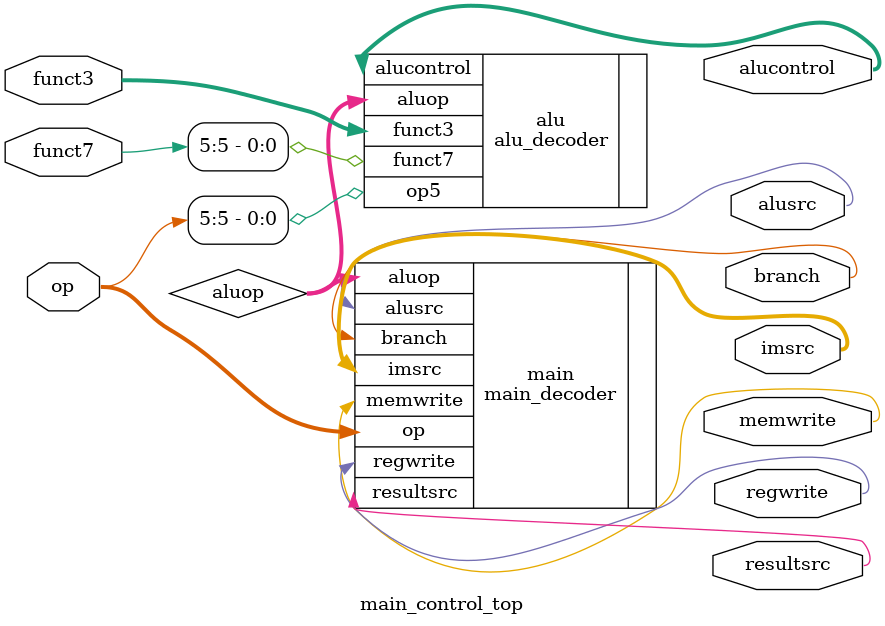
<source format=sv>
`include "main_decoder.sv"
`include "alu_decoder.sv"


module main_control_top(
input [6:0] op , funct7,
input [2:0] funct3,
output resultsrc ,memwrite ,regwrite,alusrc,branch,
output[1:0] imsrc,
output [2:0] alucontrol);

wire [1:0] aluop;


main_decoder main(.op(op),.resultsrc(resultsrc),.memwrite(memwrite),.alusrc(alusrc),.regwrite(regwrite),
		.imsrc(imsrc),.branch(branch),.aluop(aluop));
alu_decoder alu(.aluop(aluop),.funct3(funct3),.funct7(funct7[5]),.op5(op[5]),.alucontrol(alucontrol));

endmodule 


</source>
